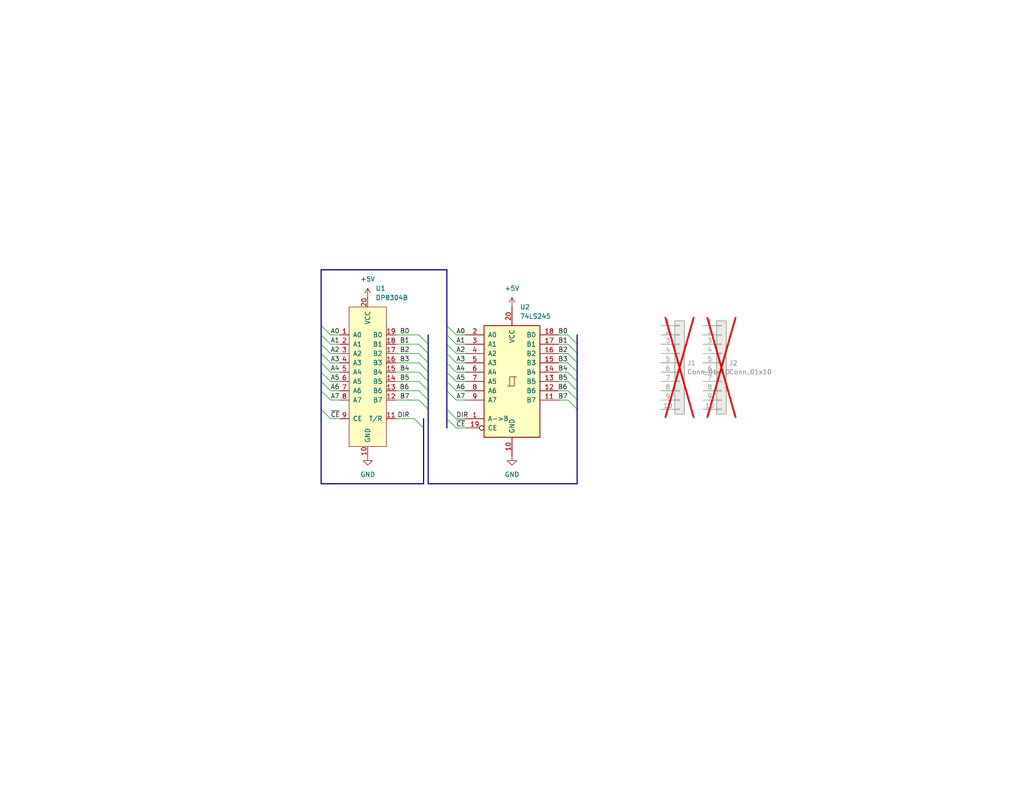
<source format=kicad_sch>
(kicad_sch (version 20250114) (generator "eeschema") (generator_version "9.0")
  (paper "USLetter")
  (lib_symbols
    (symbol "74xx:74LS245" (pin_names (offset 1.016))
      (property "Reference" "U" (at -7.62 16.51 0))
      (property "Value" "74LS245" (at -7.62 -16.51 0))
      (symbol "74LS245_1_0"
        (polyline (pts (xy -1.27 -1.27) (xy 0.635 -1.27) (xy 0.635 1.27) (xy 1.27 1.27)))
        (polyline (pts (xy -0.635 -1.27) (xy -0.635 1.27) (xy 0.635 1.27)))
        (pin tri_state line (at -12.7 12.7 0) (length 5.08) (name "A0") (number "2"))
        (pin tri_state line (at -12.7 10.16 0) (length 5.08) (name "A1") (number "3"))
        (pin tri_state line (at -12.7 7.62 0) (length 5.08) (name "A2") (number "4"))
        (pin tri_state line (at -12.7 5.08 0) (length 5.08) (name "A3") (number "5"))
        (pin tri_state line (at -12.7 2.54 0) (length 5.08) (name "A4") (number "6"))
        (pin tri_state line (at -12.7 0 0) (length 5.08) (name "A5") (number "7"))
        (pin tri_state line (at -12.7 -2.54 0) (length 5.08) (name "A6") (number "8"))
        (pin tri_state line (at -12.7 -5.08 0) (length 5.08) (name "A7") (number "9"))
        (pin input line (at -12.7 -10.16 0) (length 5.08) (name "A->B") (number "1"))
        (pin input inverted (at -12.7 -12.7 0) (length 5.08) (name "CE") (number "19"))
        (pin power_in line (at 0 20.32 270) (length 5.08) (name "VCC") (number "20"))
        (pin power_in line (at 0 -20.32 90) (length 5.08) (name "GND") (number "10"))
        (pin tri_state line (at 12.7 12.7 180) (length 5.08) (name "B0") (number "18"))
        (pin tri_state line (at 12.7 10.16 180) (length 5.08) (name "B1") (number "17"))
        (pin tri_state line (at 12.7 7.62 180) (length 5.08) (name "B2") (number "16"))
        (pin tri_state line (at 12.7 5.08 180) (length 5.08) (name "B3") (number "15"))
        (pin tri_state line (at 12.7 2.54 180) (length 5.08) (name "B4") (number "14"))
        (pin tri_state line (at 12.7 0 180) (length 5.08) (name "B5") (number "13"))
        (pin tri_state line (at 12.7 -2.54 180) (length 5.08) (name "B6") (number "12"))
        (pin tri_state line (at 12.7 -5.08 180) (length 5.08) (name "B7") (number "11"))
      )
      (symbol "74LS245_1_1"
        (rectangle (start -7.62 15.24) (end 7.62 -15.24) (stroke (width 0.254)) (fill (type background)))
      )
    )
    (symbol "Connector_Generic:Conn_01x10" (pin_names (offset 1.016) (hide yes))
      (property "Reference" "J" (at 0 12.7 0))
      (property "Value" "Conn_01x10" (at 0 -15.24 0))
      (symbol "Conn_01x10_1_1"
        (rectangle (start -1.27 11.43) (end 1.27 -13.97) (stroke (width 0.254)) (fill (type background)))
        (rectangle (start -1.27 10.287) (end 0 10.033) (stroke (width 0.1524)))
        (rectangle (start -1.27 7.747) (end 0 7.493) (stroke (width 0.1524)))
        (rectangle (start -1.27 5.207) (end 0 4.953) (stroke (width 0.1524)))
        (rectangle (start -1.27 2.667) (end 0 2.413) (stroke (width 0.1524)))
        (rectangle (start -1.27 0.127) (end 0 -0.127) (stroke (width 0.1524)))
        (rectangle (start -1.27 -2.413) (end 0 -2.667) (stroke (width 0.1524)))
        (rectangle (start -1.27 -4.953) (end 0 -5.207) (stroke (width 0.1524)))
        (rectangle (start -1.27 -7.493) (end 0 -7.747) (stroke (width 0.1524)))
        (rectangle (start -1.27 -10.033) (end 0 -10.287) (stroke (width 0.1524)))
        (rectangle (start -1.27 -12.573) (end 0 -12.827) (stroke (width 0.1524)))
        (pin passive line (at -5.08 10.16 0) (length 3.81) (name "Pin_1") (number "1"))
        (pin passive line (at -5.08 7.62 0) (length 3.81) (name "Pin_2") (number "2"))
        (pin passive line (at -5.08 5.08 0) (length 3.81) (name "Pin_3") (number "3"))
        (pin passive line (at -5.08 2.54 0) (length 3.81) (name "Pin_4") (number "4"))
        (pin passive line (at -5.08 0 0) (length 3.81) (name "Pin_5") (number "5"))
        (pin passive line (at -5.08 -2.54 0) (length 3.81) (name "Pin_6") (number "6"))
        (pin passive line (at -5.08 -5.08 0) (length 3.81) (name "Pin_7") (number "7"))
        (pin passive line (at -5.08 -7.62 0) (length 3.81) (name "Pin_8") (number "8"))
        (pin passive line (at -5.08 -10.16 0) (length 3.81) (name "Pin_9") (number "9"))
        (pin passive line (at -5.08 -12.7 0) (length 3.81) (name "Pin_10") (number "10"))
      )
    )
    (symbol "DPx304B:DP8304B" (pin_names (offset 1.016))
      (property "Reference" "U" (at 4.064 20.066 0))
      (property "Value" "DP8304B" (at 4.826 -20.066 0))
      (symbol "DP8304B_0_1"
        (rectangle (start -5.08 19.05) (end 5.08 -19.05) (fill (type background)))
      )
      (symbol "DP8304B_1_1"
        (pin bidirectional line (at -7.62 11.43 0) (length 2.54) (name "A0") (number "1"))
        (pin bidirectional line (at -7.62 8.89 0) (length 2.54) (name "A1") (number "2"))
        (pin bidirectional line (at -7.62 6.35 0) (length 2.54) (name "A2") (number "3"))
        (pin bidirectional line (at -7.62 3.81 0) (length 2.54) (name "A3") (number "4"))
        (pin bidirectional line (at -7.62 1.27 0) (length 2.54) (name "A4") (number "5"))
        (pin bidirectional line (at -7.62 -1.27 0) (length 2.54) (name "A5") (number "6"))
        (pin bidirectional line (at -7.62 -3.81 0) (length 2.54) (name "A6") (number "7"))
        (pin bidirectional line (at -7.62 -6.35 0) (length 2.54) (name "A7") (number "8"))
        (pin input line (at -7.62 -11.43 0) (length 2.54) (name "CE") (number "9"))
        (pin power_in line (at 0 21.59 270) (length 2.54) (name "VCC") (number "20"))
        (pin power_in line (at 0 -21.59 90) (length 2.54) (name "GND") (number "10"))
        (pin bidirectional line (at 7.62 11.43 180) (length 2.54) (name "B0") (number "19"))
        (pin bidirectional line (at 7.62 8.89 180) (length 2.54) (name "B1") (number "18"))
        (pin bidirectional line (at 7.62 6.35 180) (length 2.54) (name "B2") (number "17"))
        (pin bidirectional line (at 7.62 3.81 180) (length 2.54) (name "B3") (number "16"))
        (pin bidirectional line (at 7.62 1.27 180) (length 2.54) (name "B4") (number "15"))
        (pin bidirectional line (at 7.62 -1.27 180) (length 2.54) (name "B5") (number "14"))
        (pin bidirectional line (at 7.62 -3.81 180) (length 2.54) (name "B6") (number "13"))
        (pin bidirectional line (at 7.62 -6.35 180) (length 2.54) (name "B7") (number "12"))
        (pin input line (at 7.62 -11.43 180) (length 2.54) (name "T/R") (number "11"))
      )
    )
    (symbol "power:+5V" (power) (pin_numbers (hide yes)) (pin_names (offset 0) (hide yes))
      (property "Value" "+5V" (at 0 3.556 0))
      (symbol "+5V_0_1"
        (polyline (pts (xy -0.762 1.27) (xy 0 2.54)))
        (polyline (pts (xy 0 2.54) (xy 0.762 1.27)))
        (polyline (pts (xy 0 0) (xy 0 2.54)))
      )
      (symbol "+5V_1_1"
        (pin power_in line (at 0 0 90) (length 0) (name "~") (number "1"))
      )
    )
    (symbol "power:GND" (power) (pin_numbers (hide yes)) (pin_names (offset 0) (hide yes))
      (property "Value" "GND" (at 0 -3.81 0))
      (symbol "GND_0_1"
        (polyline (pts (xy 0 0) (xy 0 -1.27) (xy 1.27 -1.27) (xy 0 -2.54) (xy -1.27 -1.27) (xy 0 -1.27)))
      )
      (symbol "GND_1_1"
        (pin power_in line (at 0 0 270) (length 0) (name "~") (number "1"))
      )
    )
  )
  (bus_entry (at 121.92 91.44) (size 2.54 2.54))
  (bus_entry (at 154.94 106.68) (size 2.54 2.54))
  (bus_entry (at 87.63 91.44) (size 2.54 2.54))
  (bus_entry (at 87.63 111.76) (size 2.54 2.54))
  (bus_entry (at 114.3 99.06) (size 2.54 2.54))
  (bus_entry (at 114.3 93.98) (size 2.54 2.54))
  (bus_entry (at 114.3 91.44) (size 2.54 2.54))
  (bus_entry (at 114.3 101.6) (size 2.54 2.54))
  (bus_entry (at 154.94 96.52) (size 2.54 2.54))
  (bus_entry (at 121.92 88.9) (size 2.54 2.54))
  (bus_entry (at 154.94 101.6) (size 2.54 2.54))
  (bus_entry (at 121.92 106.68) (size 2.54 2.54))
  (bus_entry (at 121.92 99.06) (size 2.54 2.54))
  (bus_entry (at 114.3 104.14) (size 2.54 2.54))
  (bus_entry (at 87.63 104.14) (size 2.54 2.54))
  (bus_entry (at 87.63 106.68) (size 2.54 2.54))
  (bus_entry (at 154.94 91.44) (size 2.54 2.54))
  (bus_entry (at 154.94 93.98) (size 2.54 2.54))
  (bus_entry (at 87.63 93.98) (size 2.54 2.54))
  (bus_entry (at 114.3 96.52) (size 2.54 2.54))
  (bus_entry (at 121.92 101.6) (size 2.54 2.54))
  (bus_entry (at 154.94 109.22) (size 2.54 2.54))
  (bus_entry (at 154.94 104.14) (size 2.54 2.54))
  (bus_entry (at 121.92 93.98) (size 2.54 2.54))
  (bus_entry (at 87.63 96.52) (size 2.54 2.54))
  (bus_entry (at 114.3 106.68) (size 2.54 2.54))
  (bus_entry (at 121.92 96.52) (size 2.54 2.54))
  (bus_entry (at 154.94 99.06) (size 2.54 2.54))
  (bus_entry (at 121.92 104.14) (size 2.54 2.54))
  (bus_entry (at 121.92 111.76) (size 2.54 2.54))
  (bus_entry (at 87.63 88.9) (size 2.54 2.54))
  (bus_entry (at 114.3 109.22) (size 2.54 2.54))
  (bus_entry (at 113.03 114.3) (size 2.54 2.54))
  (bus_entry (at 87.63 101.6) (size 2.54 2.54))
  (bus_entry (at 87.63 99.06) (size 2.54 2.54))
  (bus_entry (at 121.92 114.3) (size 2.54 2.54))
  (wire (pts (xy 90.17 114.3) (xy 92.71 114.3)))
  (bus (pts (xy 116.84 109.22) (xy 116.84 111.76)))
  (bus (pts (xy 157.48 99.06) (xy 157.48 101.6)))
  (wire (pts (xy 107.95 96.52) (xy 114.3 96.52)))
  (bus (pts (xy 121.92 111.76) (xy 121.92 114.3)))
  (bus (pts (xy 87.63 93.98) (xy 87.63 91.44)))
  (wire (pts (xy 152.4 96.52) (xy 154.94 96.52)))
  (wire (pts (xy 90.17 91.44) (xy 92.71 91.44)))
  (wire (pts (xy 90.17 101.6) (xy 92.71 101.6)))
  (wire (pts (xy 107.95 93.98) (xy 114.3 93.98)))
  (bus (pts (xy 121.92 93.98) (xy 121.92 96.52)))
  (wire (pts (xy 107.95 91.44) (xy 114.3 91.44)))
  (wire (pts (xy 124.46 104.14) (xy 127 104.14)))
  (bus (pts (xy 157.48 91.44) (xy 157.48 93.98)))
  (wire (pts (xy 90.17 96.52) (xy 92.71 96.52)))
  (bus (pts (xy 116.84 101.6) (xy 116.84 104.14)))
  (bus (pts (xy 116.84 106.68) (xy 116.84 109.22)))
  (bus (pts (xy 87.63 104.14) (xy 87.63 101.6)))
  (bus (pts (xy 87.63 106.68) (xy 87.63 111.76)))
  (bus (pts (xy 121.92 73.66) (xy 121.92 88.9)))
  (wire (pts (xy 124.46 101.6) (xy 127 101.6)))
  (wire (pts (xy 152.4 104.14) (xy 154.94 104.14)))
  (bus (pts (xy 115.57 114.3) (xy 115.57 116.84)))
  (wire (pts (xy 124.46 99.06) (xy 127 99.06)))
  (bus (pts (xy 121.92 106.68) (xy 121.92 111.76)))
  (wire (pts (xy 152.4 93.98) (xy 154.94 93.98)))
  (bus (pts (xy 87.63 91.44) (xy 87.63 88.9)))
  (wire (pts (xy 124.46 93.98) (xy 127 93.98)))
  (bus (pts (xy 157.48 104.14) (xy 157.48 106.68)))
  (bus (pts (xy 157.48 101.6) (xy 157.48 104.14)))
  (bus (pts (xy 87.63 96.52) (xy 87.63 93.98)))
  (bus (pts (xy 121.92 114.3) (xy 121.92 116.84)))
  (bus (pts (xy 157.48 93.98) (xy 157.48 96.52)))
  (bus (pts (xy 157.48 111.76) (xy 157.48 132.08)))
  (wire (pts (xy 90.17 93.98) (xy 92.71 93.98)))
  (bus (pts (xy 116.84 91.44) (xy 116.84 93.98)))
  (bus (pts (xy 87.63 101.6) (xy 87.63 99.06)))
  (wire (pts (xy 107.95 114.3) (xy 113.03 114.3)))
  (bus (pts (xy 121.92 91.44) (xy 121.92 93.98)))
  (wire (pts (xy 107.95 99.06) (xy 114.3 99.06)))
  (wire (pts (xy 152.4 99.06) (xy 154.94 99.06)))
  (bus (pts (xy 87.63 99.06) (xy 87.63 96.52)))
  (wire (pts (xy 107.95 101.6) (xy 114.3 101.6)))
  (wire (pts (xy 124.46 116.84) (xy 127 116.84)))
  (wire (pts (xy 152.4 101.6) (xy 154.94 101.6)))
  (bus (pts (xy 121.92 104.14) (xy 121.92 106.68)))
  (bus (pts (xy 116.84 104.14) (xy 116.84 106.68)))
  (bus (pts (xy 116.84 132.08) (xy 157.48 132.08)))
  (bus (pts (xy 157.48 96.52) (xy 157.48 99.06)))
  (bus (pts (xy 157.48 109.22) (xy 157.48 111.76)))
  (bus (pts (xy 87.63 88.9) (xy 87.63 73.66)))
  (bus (pts (xy 121.92 101.6) (xy 121.92 104.14)))
  (wire (pts (xy 107.95 106.68) (xy 114.3 106.68)))
  (wire (pts (xy 90.17 99.06) (xy 92.71 99.06)))
  (bus (pts (xy 87.63 132.08) (xy 115.57 132.08)))
  (bus (pts (xy 87.63 73.66) (xy 121.92 73.66)))
  (bus (pts (xy 157.48 106.68) (xy 157.48 109.22)))
  (wire (pts (xy 152.4 106.68) (xy 154.94 106.68)))
  (bus (pts (xy 121.92 99.06) (xy 121.92 101.6)))
  (wire (pts (xy 124.46 96.52) (xy 127 96.52)))
  (bus (pts (xy 87.63 106.68) (xy 87.63 104.14)))
  (bus (pts (xy 121.92 88.9) (xy 121.92 91.44)))
  (bus (pts (xy 116.84 93.98) (xy 116.84 96.52)))
  (wire (pts (xy 124.46 109.22) (xy 127 109.22)))
  (wire (pts (xy 90.17 109.22) (xy 92.71 109.22)))
  (bus (pts (xy 115.57 116.84) (xy 115.57 132.08)))
  (wire (pts (xy 124.46 114.3) (xy 127 114.3)))
  (wire (pts (xy 124.46 106.68) (xy 127 106.68)))
  (bus (pts (xy 121.92 96.52) (xy 121.92 99.06)))
  (wire (pts (xy 90.17 104.14) (xy 92.71 104.14)))
  (bus (pts (xy 116.84 99.06) (xy 116.84 101.6)))
  (wire (pts (xy 90.17 106.68) (xy 92.71 106.68)))
  (wire (pts (xy 124.46 91.44) (xy 127 91.44)))
  (wire (pts (xy 107.95 104.14) (xy 114.3 104.14)))
  (wire (pts (xy 152.4 109.22) (xy 154.94 109.22)))
  (wire (pts (xy 107.95 109.22) (xy 114.3 109.22)))
  (wire (pts (xy 152.4 91.44) (xy 154.94 91.44)))
  (bus (pts (xy 87.63 111.76) (xy 87.63 132.08)))
  (bus (pts (xy 116.84 96.52) (xy 116.84 99.06)))
  (bus (pts (xy 116.84 111.76) (xy 116.84 132.08)))
  (label "A5" (at 90.17 104.14 0))
  (label "B6" (at 154.8693 106.68 180))
  (label "B2" (at 111.76 96.52 180))
  (label "B3" (at 111.7463 99.06 180))
  (label "A4" (at 90.17 101.6 0))
  (label "DIR" (at 124.46 114.3 0))
  (label "DIR" (at 111.76 114.3 180))
  (label "B1" (at 111.76 93.98 180))
  (label "A0" (at 124.46 91.44 0))
  (label "A7" (at 90.17 109.22 0))
  (label "B0" (at 154.94 91.44 180))
  (label "A7" (at 124.46 109.22 0))
  (label "A3" (at 124.46 99.06 0))
  (label "B5" (at 154.94 104.14 180))
  (label "B2" (at 154.94 96.52 180))
  (label "A6" (at 124.46 106.68 0))
  (label "A1" (at 90.17 93.98 0))
  (label "~{CE}" (at 124.46 116.84 0))
  (label "A3" (at 90.17 99.06 0))
  (label "A6" (at 90.17 106.68 0))
  (label "A2" (at 90.17 96.52 0))
  (label "~{CE}" (at 90.17 114.3 0))
  (label "B1" (at 154.94 93.98 180))
  (label "B5" (at 111.76 104.14 180))
  (label "B4" (at 154.94 101.6 180))
  (label "A2" (at 124.46 96.52 0))
  (label "A0" (at 90.17 91.44 0))
  (label "A5" (at 124.46 104.14 0))
  (label "B7" (at 154.94 109.22 180))
  (label "B6" (at 111.6893 106.68 180))
  (label "A1" (at 124.46 93.98 0))
  (label "B3" (at 154.9263 99.06 180))
  (label "A4" (at 124.46 101.6 0))
  (label "B0" (at 111.76 91.44 180))
  (label "B7" (at 111.76 109.22 180))
  (label "B4" (at 111.76 101.6 180))
  (symbol (lib_id "power:GND") (at 100.33 124.46 0) (unit 1)
    (property "Reference" "#PWR01" (effects (hide yes)))
    (property "Value" "GND" (at 100.33 129.54 0))
    (property "Description" "Power symbol creates a global label with name \"GND\" , ground" (effects (hide yes)))
  )
  (symbol (lib_id "74xx:74LS245") (at 139.7 104.14 0) (unit 1)
    (property "Reference" "U2" (at 141.8433 83.82 0) (effects (justify left)))
    (property "Value" "74LS245" (at 141.8433 86.36 0) (effects (justify left)))
    (property "Footprint" "Package_DIP:DIP-20_W7.62mm" (effects (hide yes)))
    (property "Datasheet" "http://www.ti.com/lit/gpn/sn74LS245" (effects (hide yes)))
    (property "Description" "Octal BUS Transceivers, 3-State outputs" (effects (hide yes)))
  )
  (symbol (lib_id "power:+5V") (at 100.33 81.28 0) (unit 1)
    (property "Reference" "#PWR03" (effects (hide yes)))
    (property "Value" "+5V" (at 100.33 76.2 0))
    (property "Description" "Power symbol creates a global label with name \"+5V\"" (effects (hide yes)))
  )
  (symbol (lib_id "power:+5V") (at 139.7 83.82 0) (unit 1)
    (property "Reference" "#PWR04" (effects (hide yes)))
    (property "Value" "+5V" (at 139.7 78.74 0))
    (property "Description" "Power symbol creates a global label with name \"+5V\"" (effects (hide yes)))
  )
  (symbol (lib_id "DPx304B:DP8304B") (at 100.33 102.87 0) (unit 1)
    (property "Reference" "U1" (at 102.4733 78.74 0) (effects (justify left)))
    (property "Value" "DP8304B" (at 102.4733 81.28 0) (effects (justify left)))
    (property "Footprint" "Package_DIP:DIP-20_W7.62mm" (effects (hide yes)))
    (property "Datasheet" "http://www.applelogic.org/files/DP8304.pdf" (effects (hide yes)))
  )
  (symbol (lib_id "Connector_Generic:Conn_01x10") (at 185.42 99.06 0) (unit 1) (on_board no) (dnp yes)
    (property "Reference" "J1" (at 187.452 99.1178 0) (effects (justify left)))
    (property "Value" "Conn_01x10" (at 187.452 101.5421 0) (effects (justify left)))
    (property "Footprint" "Connector_PinHeader_2.54mm:PinHeader_1x10_P2.54mm_Vertical" (effects (hide yes)))
    (property "Datasheet" "~https://www.mill-max.com/catalog/download/2017-11%3A078.pdf" (effects (hide yes)))
    (property "Description" "Generic connector, single row, 01x10, script generated (kicad-library-utils/schlib/autogen/connector/)" (effects (hide yes)))
    (property "DigiKey" "ED10377-ND" (effects (hide yes)))
    (property "MPN" "335-10-110-00-160000" (effects (hide yes)))
    (property "Manufacturer" "Mill-Max Manufacturing Corp." (effects (hide yes)))
  )
  (symbol (lib_id "Connector_Generic:Conn_01x10") (at 196.85 99.06 0) (unit 1) (on_board no) (dnp yes)
    (property "Reference" "J2" (at 198.882 99.1178 0) (effects (justify left)))
    (property "Value" "Conn_01x10" (at 198.882 101.5421 0) (effects (justify left)))
    (property "Footprint" "Connector_PinHeader_2.54mm:PinHeader_1x10_P2.54mm_Vertical" (effects (hide yes)))
    (property "Datasheet" "~https://www.mill-max.com/catalog/download/2017-11%3A078.pdf" (effects (hide yes)))
    (property "Description" "Generic connector, single row, 01x10, script generated (kicad-library-utils/schlib/autogen/connector/)" (effects (hide yes)))
    (property "DigiKey" "ED10377-ND" (effects (hide yes)))
    (property "MPN" "335-10-110-00-160000" (effects (hide yes)))
    (property "Manufacturer" "Mill-Max Manufacturing Corp." (effects (hide yes)))
  )
  (symbol (lib_id "power:GND") (at 139.7 124.46 0) (unit 1)
    (property "Reference" "#PWR02" (effects (hide yes)))
    (property "Value" "GND" (at 139.7 129.54 0))
    (property "Description" "Power symbol creates a global label with name \"GND\" , ground" (effects (hide yes)))
  )
)
</source>
